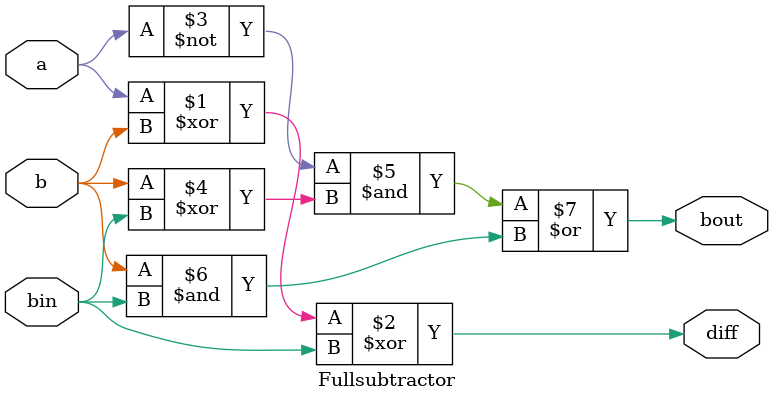
<source format=v>
`timescale 1ns / 1ps

module Fullsubtractor(
    input a,
    input b,
    input bin,
    output diff,
    output bout
    );
  assign diff = a ^ b ^ bin;
  assign bout = (~a & (b^bin)) | (b & bin) ;
endmodule

</source>
